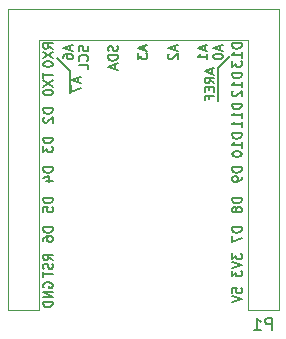
<source format=gbr>
G04 #@! TF.FileFunction,Legend,Bot*
%FSLAX46Y46*%
G04 Gerber Fmt 4.6, Leading zero omitted, Abs format (unit mm)*
G04 Created by KiCad (PCBNEW 4.0.6) date 04/11/19 07:30:19*
%MOMM*%
%LPD*%
G01*
G04 APERTURE LIST*
%ADD10C,0.100000*%
%ADD11C,0.150000*%
%ADD12C,0.120000*%
G04 APERTURE END LIST*
D10*
D11*
X143370000Y-77520000D02*
X142270000Y-76420000D01*
X143370000Y-77520000D02*
X143370000Y-79320000D01*
X156970000Y-76220000D02*
X155970000Y-77220000D01*
X155970000Y-77220000D02*
X155970000Y-80020000D01*
D12*
X138120000Y-97750000D02*
X138120000Y-72230000D01*
X138120000Y-72230000D02*
X161100000Y-72230000D01*
X161100000Y-97750000D02*
X161100000Y-72230000D01*
X158440000Y-97750000D02*
X158440000Y-74890000D01*
X158440000Y-74890000D02*
X140780000Y-74890000D01*
X140780000Y-97750000D02*
X140780000Y-74890000D01*
X140780000Y-97750000D02*
X140780000Y-90940000D01*
X161100000Y-97750000D02*
X158440000Y-97750000D01*
X138120000Y-97750000D02*
X140780000Y-97750000D01*
X161100000Y-76100000D02*
X161100000Y-74770000D01*
D11*
X160508095Y-99412381D02*
X160508095Y-98412381D01*
X160127142Y-98412381D01*
X160031904Y-98460000D01*
X159984285Y-98507619D01*
X159936666Y-98602857D01*
X159936666Y-98745714D01*
X159984285Y-98840952D01*
X160031904Y-98888571D01*
X160127142Y-98936190D01*
X160508095Y-98936190D01*
X158984285Y-99412381D02*
X159555714Y-99412381D01*
X159270000Y-99412381D02*
X159270000Y-98412381D01*
X159365238Y-98555238D01*
X159460476Y-98650476D01*
X159555714Y-98698095D01*
X144103333Y-78048572D02*
X144103333Y-78429524D01*
X144331905Y-77972381D02*
X143531905Y-78239048D01*
X144331905Y-78505715D01*
X143531905Y-78696191D02*
X143531905Y-79229524D01*
X144331905Y-78886667D01*
X155403333Y-77324762D02*
X155403333Y-77705714D01*
X155631905Y-77248571D02*
X154831905Y-77515238D01*
X155631905Y-77781905D01*
X155631905Y-78505714D02*
X155250952Y-78239047D01*
X155631905Y-78048571D02*
X154831905Y-78048571D01*
X154831905Y-78353333D01*
X154870000Y-78429524D01*
X154908095Y-78467619D01*
X154984286Y-78505714D01*
X155098571Y-78505714D01*
X155174762Y-78467619D01*
X155212857Y-78429524D01*
X155250952Y-78353333D01*
X155250952Y-78048571D01*
X155212857Y-78848571D02*
X155212857Y-79115238D01*
X155631905Y-79229524D02*
X155631905Y-78848571D01*
X154831905Y-78848571D01*
X154831905Y-79229524D01*
X155212857Y-79839048D02*
X155212857Y-79572381D01*
X155631905Y-79572381D02*
X154831905Y-79572381D01*
X154831905Y-79953334D01*
X141170000Y-95810477D02*
X141131905Y-95734286D01*
X141131905Y-95620001D01*
X141170000Y-95505715D01*
X141246190Y-95429524D01*
X141322381Y-95391429D01*
X141474762Y-95353334D01*
X141589048Y-95353334D01*
X141741429Y-95391429D01*
X141817619Y-95429524D01*
X141893810Y-95505715D01*
X141931905Y-95620001D01*
X141931905Y-95696191D01*
X141893810Y-95810477D01*
X141855714Y-95848572D01*
X141589048Y-95848572D01*
X141589048Y-95696191D01*
X141931905Y-96191429D02*
X141131905Y-96191429D01*
X141931905Y-96648572D01*
X141131905Y-96648572D01*
X141931905Y-97029524D02*
X141131905Y-97029524D01*
X141131905Y-97220000D01*
X141170000Y-97334286D01*
X141246190Y-97410477D01*
X141322381Y-97448572D01*
X141474762Y-97486667D01*
X141589048Y-97486667D01*
X141741429Y-97448572D01*
X141817619Y-97410477D01*
X141893810Y-97334286D01*
X141931905Y-97220000D01*
X141931905Y-97029524D01*
X141931905Y-93481905D02*
X141550952Y-93215238D01*
X141931905Y-93024762D02*
X141131905Y-93024762D01*
X141131905Y-93329524D01*
X141170000Y-93405715D01*
X141208095Y-93443810D01*
X141284286Y-93481905D01*
X141398571Y-93481905D01*
X141474762Y-93443810D01*
X141512857Y-93405715D01*
X141550952Y-93329524D01*
X141550952Y-93024762D01*
X141893810Y-93786667D02*
X141931905Y-93900953D01*
X141931905Y-94091429D01*
X141893810Y-94167619D01*
X141855714Y-94205715D01*
X141779524Y-94243810D01*
X141703333Y-94243810D01*
X141627143Y-94205715D01*
X141589048Y-94167619D01*
X141550952Y-94091429D01*
X141512857Y-93939048D01*
X141474762Y-93862857D01*
X141436667Y-93824762D01*
X141360476Y-93786667D01*
X141284286Y-93786667D01*
X141208095Y-93824762D01*
X141170000Y-93862857D01*
X141131905Y-93939048D01*
X141131905Y-94129524D01*
X141170000Y-94243810D01*
X141131905Y-94472381D02*
X141131905Y-94929524D01*
X141931905Y-94700953D02*
X141131905Y-94700953D01*
X141931905Y-90729524D02*
X141131905Y-90729524D01*
X141131905Y-90920000D01*
X141170000Y-91034286D01*
X141246190Y-91110477D01*
X141322381Y-91148572D01*
X141474762Y-91186667D01*
X141589048Y-91186667D01*
X141741429Y-91148572D01*
X141817619Y-91110477D01*
X141893810Y-91034286D01*
X141931905Y-90920000D01*
X141931905Y-90729524D01*
X141131905Y-91872381D02*
X141131905Y-91720000D01*
X141170000Y-91643810D01*
X141208095Y-91605715D01*
X141322381Y-91529524D01*
X141474762Y-91491429D01*
X141779524Y-91491429D01*
X141855714Y-91529524D01*
X141893810Y-91567619D01*
X141931905Y-91643810D01*
X141931905Y-91796191D01*
X141893810Y-91872381D01*
X141855714Y-91910477D01*
X141779524Y-91948572D01*
X141589048Y-91948572D01*
X141512857Y-91910477D01*
X141474762Y-91872381D01*
X141436667Y-91796191D01*
X141436667Y-91643810D01*
X141474762Y-91567619D01*
X141512857Y-91529524D01*
X141589048Y-91491429D01*
X141931905Y-88229524D02*
X141131905Y-88229524D01*
X141131905Y-88420000D01*
X141170000Y-88534286D01*
X141246190Y-88610477D01*
X141322381Y-88648572D01*
X141474762Y-88686667D01*
X141589048Y-88686667D01*
X141741429Y-88648572D01*
X141817619Y-88610477D01*
X141893810Y-88534286D01*
X141931905Y-88420000D01*
X141931905Y-88229524D01*
X141131905Y-89410477D02*
X141131905Y-89029524D01*
X141512857Y-88991429D01*
X141474762Y-89029524D01*
X141436667Y-89105715D01*
X141436667Y-89296191D01*
X141474762Y-89372381D01*
X141512857Y-89410477D01*
X141589048Y-89448572D01*
X141779524Y-89448572D01*
X141855714Y-89410477D01*
X141893810Y-89372381D01*
X141931905Y-89296191D01*
X141931905Y-89105715D01*
X141893810Y-89029524D01*
X141855714Y-88991429D01*
X141931905Y-85629524D02*
X141131905Y-85629524D01*
X141131905Y-85820000D01*
X141170000Y-85934286D01*
X141246190Y-86010477D01*
X141322381Y-86048572D01*
X141474762Y-86086667D01*
X141589048Y-86086667D01*
X141741429Y-86048572D01*
X141817619Y-86010477D01*
X141893810Y-85934286D01*
X141931905Y-85820000D01*
X141931905Y-85629524D01*
X141398571Y-86772381D02*
X141931905Y-86772381D01*
X141093810Y-86581905D02*
X141665238Y-86391429D01*
X141665238Y-86886667D01*
X141931905Y-83129524D02*
X141131905Y-83129524D01*
X141131905Y-83320000D01*
X141170000Y-83434286D01*
X141246190Y-83510477D01*
X141322381Y-83548572D01*
X141474762Y-83586667D01*
X141589048Y-83586667D01*
X141741429Y-83548572D01*
X141817619Y-83510477D01*
X141893810Y-83434286D01*
X141931905Y-83320000D01*
X141931905Y-83129524D01*
X141131905Y-83853334D02*
X141131905Y-84348572D01*
X141436667Y-84081905D01*
X141436667Y-84196191D01*
X141474762Y-84272381D01*
X141512857Y-84310477D01*
X141589048Y-84348572D01*
X141779524Y-84348572D01*
X141855714Y-84310477D01*
X141893810Y-84272381D01*
X141931905Y-84196191D01*
X141931905Y-83967619D01*
X141893810Y-83891429D01*
X141855714Y-83853334D01*
X141931905Y-80629524D02*
X141131905Y-80629524D01*
X141131905Y-80820000D01*
X141170000Y-80934286D01*
X141246190Y-81010477D01*
X141322381Y-81048572D01*
X141474762Y-81086667D01*
X141589048Y-81086667D01*
X141741429Y-81048572D01*
X141817619Y-81010477D01*
X141893810Y-80934286D01*
X141931905Y-80820000D01*
X141931905Y-80629524D01*
X141208095Y-81391429D02*
X141170000Y-81429524D01*
X141131905Y-81505715D01*
X141131905Y-81696191D01*
X141170000Y-81772381D01*
X141208095Y-81810477D01*
X141284286Y-81848572D01*
X141360476Y-81848572D01*
X141474762Y-81810477D01*
X141931905Y-81353334D01*
X141931905Y-81848572D01*
X141131905Y-77629523D02*
X141131905Y-78086666D01*
X141931905Y-77858095D02*
X141131905Y-77858095D01*
X141131905Y-78277143D02*
X141931905Y-78810476D01*
X141131905Y-78810476D02*
X141931905Y-78277143D01*
X141131905Y-79267619D02*
X141131905Y-79343810D01*
X141170000Y-79420000D01*
X141208095Y-79458095D01*
X141284286Y-79496191D01*
X141436667Y-79534286D01*
X141627143Y-79534286D01*
X141779524Y-79496191D01*
X141855714Y-79458095D01*
X141893810Y-79420000D01*
X141931905Y-79343810D01*
X141931905Y-79267619D01*
X141893810Y-79191429D01*
X141855714Y-79153333D01*
X141779524Y-79115238D01*
X141627143Y-79077143D01*
X141436667Y-79077143D01*
X141284286Y-79115238D01*
X141208095Y-79153333D01*
X141170000Y-79191429D01*
X141131905Y-79267619D01*
X141931905Y-75605714D02*
X141550952Y-75339047D01*
X141931905Y-75148571D02*
X141131905Y-75148571D01*
X141131905Y-75453333D01*
X141170000Y-75529524D01*
X141208095Y-75567619D01*
X141284286Y-75605714D01*
X141398571Y-75605714D01*
X141474762Y-75567619D01*
X141512857Y-75529524D01*
X141550952Y-75453333D01*
X141550952Y-75148571D01*
X141131905Y-75872381D02*
X141931905Y-76405714D01*
X141131905Y-76405714D02*
X141931905Y-75872381D01*
X141131905Y-76862857D02*
X141131905Y-76939048D01*
X141170000Y-77015238D01*
X141208095Y-77053333D01*
X141284286Y-77091429D01*
X141436667Y-77129524D01*
X141627143Y-77129524D01*
X141779524Y-77091429D01*
X141855714Y-77053333D01*
X141893810Y-77015238D01*
X141931905Y-76939048D01*
X141931905Y-76862857D01*
X141893810Y-76786667D01*
X141855714Y-76748571D01*
X141779524Y-76710476D01*
X141627143Y-76672381D01*
X141436667Y-76672381D01*
X141284286Y-76710476D01*
X141208095Y-76748571D01*
X141170000Y-76786667D01*
X141131905Y-76862857D01*
X143403333Y-75348572D02*
X143403333Y-75729524D01*
X143631905Y-75272381D02*
X142831905Y-75539048D01*
X143631905Y-75805715D01*
X142831905Y-76415238D02*
X142831905Y-76262857D01*
X142870000Y-76186667D01*
X142908095Y-76148572D01*
X143022381Y-76072381D01*
X143174762Y-76034286D01*
X143479524Y-76034286D01*
X143555714Y-76072381D01*
X143593810Y-76110476D01*
X143631905Y-76186667D01*
X143631905Y-76339048D01*
X143593810Y-76415238D01*
X143555714Y-76453334D01*
X143479524Y-76491429D01*
X143289048Y-76491429D01*
X143212857Y-76453334D01*
X143174762Y-76415238D01*
X143136667Y-76339048D01*
X143136667Y-76186667D01*
X143174762Y-76110476D01*
X143212857Y-76072381D01*
X143289048Y-76034286D01*
X144893810Y-75367619D02*
X144931905Y-75481905D01*
X144931905Y-75672381D01*
X144893810Y-75748571D01*
X144855714Y-75786667D01*
X144779524Y-75824762D01*
X144703333Y-75824762D01*
X144627143Y-75786667D01*
X144589048Y-75748571D01*
X144550952Y-75672381D01*
X144512857Y-75520000D01*
X144474762Y-75443809D01*
X144436667Y-75405714D01*
X144360476Y-75367619D01*
X144284286Y-75367619D01*
X144208095Y-75405714D01*
X144170000Y-75443809D01*
X144131905Y-75520000D01*
X144131905Y-75710476D01*
X144170000Y-75824762D01*
X144855714Y-76624762D02*
X144893810Y-76586667D01*
X144931905Y-76472381D01*
X144931905Y-76396191D01*
X144893810Y-76281905D01*
X144817619Y-76205714D01*
X144741429Y-76167619D01*
X144589048Y-76129524D01*
X144474762Y-76129524D01*
X144322381Y-76167619D01*
X144246190Y-76205714D01*
X144170000Y-76281905D01*
X144131905Y-76396191D01*
X144131905Y-76472381D01*
X144170000Y-76586667D01*
X144208095Y-76624762D01*
X144931905Y-77348572D02*
X144931905Y-76967619D01*
X144131905Y-76967619D01*
X147393810Y-75348572D02*
X147431905Y-75462858D01*
X147431905Y-75653334D01*
X147393810Y-75729524D01*
X147355714Y-75767620D01*
X147279524Y-75805715D01*
X147203333Y-75805715D01*
X147127143Y-75767620D01*
X147089048Y-75729524D01*
X147050952Y-75653334D01*
X147012857Y-75500953D01*
X146974762Y-75424762D01*
X146936667Y-75386667D01*
X146860476Y-75348572D01*
X146784286Y-75348572D01*
X146708095Y-75386667D01*
X146670000Y-75424762D01*
X146631905Y-75500953D01*
X146631905Y-75691429D01*
X146670000Y-75805715D01*
X147431905Y-76148572D02*
X146631905Y-76148572D01*
X146631905Y-76339048D01*
X146670000Y-76453334D01*
X146746190Y-76529525D01*
X146822381Y-76567620D01*
X146974762Y-76605715D01*
X147089048Y-76605715D01*
X147241429Y-76567620D01*
X147317619Y-76529525D01*
X147393810Y-76453334D01*
X147431905Y-76339048D01*
X147431905Y-76148572D01*
X147203333Y-76910477D02*
X147203333Y-77291429D01*
X147431905Y-76834286D02*
X146631905Y-77100953D01*
X147431905Y-77367620D01*
X149703333Y-75348572D02*
X149703333Y-75729524D01*
X149931905Y-75272381D02*
X149131905Y-75539048D01*
X149931905Y-75805715D01*
X149131905Y-75996191D02*
X149131905Y-76491429D01*
X149436667Y-76224762D01*
X149436667Y-76339048D01*
X149474762Y-76415238D01*
X149512857Y-76453334D01*
X149589048Y-76491429D01*
X149779524Y-76491429D01*
X149855714Y-76453334D01*
X149893810Y-76415238D01*
X149931905Y-76339048D01*
X149931905Y-76110476D01*
X149893810Y-76034286D01*
X149855714Y-75996191D01*
X152303333Y-75348572D02*
X152303333Y-75729524D01*
X152531905Y-75272381D02*
X151731905Y-75539048D01*
X152531905Y-75805715D01*
X151808095Y-76034286D02*
X151770000Y-76072381D01*
X151731905Y-76148572D01*
X151731905Y-76339048D01*
X151770000Y-76415238D01*
X151808095Y-76453334D01*
X151884286Y-76491429D01*
X151960476Y-76491429D01*
X152074762Y-76453334D01*
X152531905Y-75996191D01*
X152531905Y-76491429D01*
X154803333Y-75348572D02*
X154803333Y-75729524D01*
X155031905Y-75272381D02*
X154231905Y-75539048D01*
X155031905Y-75805715D01*
X155031905Y-76491429D02*
X155031905Y-76034286D01*
X155031905Y-76262857D02*
X154231905Y-76262857D01*
X154346190Y-76186667D01*
X154422381Y-76110476D01*
X154460476Y-76034286D01*
X156103333Y-75348572D02*
X156103333Y-75729524D01*
X156331905Y-75272381D02*
X155531905Y-75539048D01*
X156331905Y-75805715D01*
X155531905Y-76224762D02*
X155531905Y-76300953D01*
X155570000Y-76377143D01*
X155608095Y-76415238D01*
X155684286Y-76453334D01*
X155836667Y-76491429D01*
X156027143Y-76491429D01*
X156179524Y-76453334D01*
X156255714Y-76415238D01*
X156293810Y-76377143D01*
X156331905Y-76300953D01*
X156331905Y-76224762D01*
X156293810Y-76148572D01*
X156255714Y-76110476D01*
X156179524Y-76072381D01*
X156027143Y-76034286D01*
X155836667Y-76034286D01*
X155684286Y-76072381D01*
X155608095Y-76110476D01*
X155570000Y-76148572D01*
X155531905Y-76224762D01*
X157931905Y-75148571D02*
X157131905Y-75148571D01*
X157131905Y-75339047D01*
X157170000Y-75453333D01*
X157246190Y-75529524D01*
X157322381Y-75567619D01*
X157474762Y-75605714D01*
X157589048Y-75605714D01*
X157741429Y-75567619D01*
X157817619Y-75529524D01*
X157893810Y-75453333D01*
X157931905Y-75339047D01*
X157931905Y-75148571D01*
X157931905Y-76367619D02*
X157931905Y-75910476D01*
X157931905Y-76139047D02*
X157131905Y-76139047D01*
X157246190Y-76062857D01*
X157322381Y-75986666D01*
X157360476Y-75910476D01*
X157131905Y-76634286D02*
X157131905Y-77129524D01*
X157436667Y-76862857D01*
X157436667Y-76977143D01*
X157474762Y-77053333D01*
X157512857Y-77091429D01*
X157589048Y-77129524D01*
X157779524Y-77129524D01*
X157855714Y-77091429D01*
X157893810Y-77053333D01*
X157931905Y-76977143D01*
X157931905Y-76748571D01*
X157893810Y-76672381D01*
X157855714Y-76634286D01*
X157931905Y-77648571D02*
X157131905Y-77648571D01*
X157131905Y-77839047D01*
X157170000Y-77953333D01*
X157246190Y-78029524D01*
X157322381Y-78067619D01*
X157474762Y-78105714D01*
X157589048Y-78105714D01*
X157741429Y-78067619D01*
X157817619Y-78029524D01*
X157893810Y-77953333D01*
X157931905Y-77839047D01*
X157931905Y-77648571D01*
X157931905Y-78867619D02*
X157931905Y-78410476D01*
X157931905Y-78639047D02*
X157131905Y-78639047D01*
X157246190Y-78562857D01*
X157322381Y-78486666D01*
X157360476Y-78410476D01*
X157208095Y-79172381D02*
X157170000Y-79210476D01*
X157131905Y-79286667D01*
X157131905Y-79477143D01*
X157170000Y-79553333D01*
X157208095Y-79591429D01*
X157284286Y-79629524D01*
X157360476Y-79629524D01*
X157474762Y-79591429D01*
X157931905Y-79134286D01*
X157931905Y-79629524D01*
X157931905Y-80248571D02*
X157131905Y-80248571D01*
X157131905Y-80439047D01*
X157170000Y-80553333D01*
X157246190Y-80629524D01*
X157322381Y-80667619D01*
X157474762Y-80705714D01*
X157589048Y-80705714D01*
X157741429Y-80667619D01*
X157817619Y-80629524D01*
X157893810Y-80553333D01*
X157931905Y-80439047D01*
X157931905Y-80248571D01*
X157931905Y-81467619D02*
X157931905Y-81010476D01*
X157931905Y-81239047D02*
X157131905Y-81239047D01*
X157246190Y-81162857D01*
X157322381Y-81086666D01*
X157360476Y-81010476D01*
X157931905Y-82229524D02*
X157931905Y-81772381D01*
X157931905Y-82000952D02*
X157131905Y-82000952D01*
X157246190Y-81924762D01*
X157322381Y-81848571D01*
X157360476Y-81772381D01*
X157931905Y-82748571D02*
X157131905Y-82748571D01*
X157131905Y-82939047D01*
X157170000Y-83053333D01*
X157246190Y-83129524D01*
X157322381Y-83167619D01*
X157474762Y-83205714D01*
X157589048Y-83205714D01*
X157741429Y-83167619D01*
X157817619Y-83129524D01*
X157893810Y-83053333D01*
X157931905Y-82939047D01*
X157931905Y-82748571D01*
X157931905Y-83967619D02*
X157931905Y-83510476D01*
X157931905Y-83739047D02*
X157131905Y-83739047D01*
X157246190Y-83662857D01*
X157322381Y-83586666D01*
X157360476Y-83510476D01*
X157131905Y-84462857D02*
X157131905Y-84539048D01*
X157170000Y-84615238D01*
X157208095Y-84653333D01*
X157284286Y-84691429D01*
X157436667Y-84729524D01*
X157627143Y-84729524D01*
X157779524Y-84691429D01*
X157855714Y-84653333D01*
X157893810Y-84615238D01*
X157931905Y-84539048D01*
X157931905Y-84462857D01*
X157893810Y-84386667D01*
X157855714Y-84348571D01*
X157779524Y-84310476D01*
X157627143Y-84272381D01*
X157436667Y-84272381D01*
X157284286Y-84310476D01*
X157208095Y-84348571D01*
X157170000Y-84386667D01*
X157131905Y-84462857D01*
X157931905Y-85629524D02*
X157131905Y-85629524D01*
X157131905Y-85820000D01*
X157170000Y-85934286D01*
X157246190Y-86010477D01*
X157322381Y-86048572D01*
X157474762Y-86086667D01*
X157589048Y-86086667D01*
X157741429Y-86048572D01*
X157817619Y-86010477D01*
X157893810Y-85934286D01*
X157931905Y-85820000D01*
X157931905Y-85629524D01*
X157931905Y-86467619D02*
X157931905Y-86620000D01*
X157893810Y-86696191D01*
X157855714Y-86734286D01*
X157741429Y-86810477D01*
X157589048Y-86848572D01*
X157284286Y-86848572D01*
X157208095Y-86810477D01*
X157170000Y-86772381D01*
X157131905Y-86696191D01*
X157131905Y-86543810D01*
X157170000Y-86467619D01*
X157208095Y-86429524D01*
X157284286Y-86391429D01*
X157474762Y-86391429D01*
X157550952Y-86429524D01*
X157589048Y-86467619D01*
X157627143Y-86543810D01*
X157627143Y-86696191D01*
X157589048Y-86772381D01*
X157550952Y-86810477D01*
X157474762Y-86848572D01*
X157931905Y-88229524D02*
X157131905Y-88229524D01*
X157131905Y-88420000D01*
X157170000Y-88534286D01*
X157246190Y-88610477D01*
X157322381Y-88648572D01*
X157474762Y-88686667D01*
X157589048Y-88686667D01*
X157741429Y-88648572D01*
X157817619Y-88610477D01*
X157893810Y-88534286D01*
X157931905Y-88420000D01*
X157931905Y-88229524D01*
X157474762Y-89143810D02*
X157436667Y-89067619D01*
X157398571Y-89029524D01*
X157322381Y-88991429D01*
X157284286Y-88991429D01*
X157208095Y-89029524D01*
X157170000Y-89067619D01*
X157131905Y-89143810D01*
X157131905Y-89296191D01*
X157170000Y-89372381D01*
X157208095Y-89410477D01*
X157284286Y-89448572D01*
X157322381Y-89448572D01*
X157398571Y-89410477D01*
X157436667Y-89372381D01*
X157474762Y-89296191D01*
X157474762Y-89143810D01*
X157512857Y-89067619D01*
X157550952Y-89029524D01*
X157627143Y-88991429D01*
X157779524Y-88991429D01*
X157855714Y-89029524D01*
X157893810Y-89067619D01*
X157931905Y-89143810D01*
X157931905Y-89296191D01*
X157893810Y-89372381D01*
X157855714Y-89410477D01*
X157779524Y-89448572D01*
X157627143Y-89448572D01*
X157550952Y-89410477D01*
X157512857Y-89372381D01*
X157474762Y-89296191D01*
X157931905Y-90729524D02*
X157131905Y-90729524D01*
X157131905Y-90920000D01*
X157170000Y-91034286D01*
X157246190Y-91110477D01*
X157322381Y-91148572D01*
X157474762Y-91186667D01*
X157589048Y-91186667D01*
X157741429Y-91148572D01*
X157817619Y-91110477D01*
X157893810Y-91034286D01*
X157931905Y-90920000D01*
X157931905Y-90729524D01*
X157131905Y-91453334D02*
X157131905Y-91986667D01*
X157931905Y-91643810D01*
X157131905Y-92929524D02*
X157131905Y-93424762D01*
X157436667Y-93158095D01*
X157436667Y-93272381D01*
X157474762Y-93348571D01*
X157512857Y-93386667D01*
X157589048Y-93424762D01*
X157779524Y-93424762D01*
X157855714Y-93386667D01*
X157893810Y-93348571D01*
X157931905Y-93272381D01*
X157931905Y-93043809D01*
X157893810Y-92967619D01*
X157855714Y-92929524D01*
X157131905Y-93653333D02*
X157931905Y-93920000D01*
X157131905Y-94186667D01*
X157131905Y-94377143D02*
X157131905Y-94872381D01*
X157436667Y-94605714D01*
X157436667Y-94720000D01*
X157474762Y-94796190D01*
X157512857Y-94834286D01*
X157589048Y-94872381D01*
X157779524Y-94872381D01*
X157855714Y-94834286D01*
X157893810Y-94796190D01*
X157931905Y-94720000D01*
X157931905Y-94491428D01*
X157893810Y-94415238D01*
X157855714Y-94377143D01*
X157131905Y-96267620D02*
X157131905Y-95886667D01*
X157512857Y-95848572D01*
X157474762Y-95886667D01*
X157436667Y-95962858D01*
X157436667Y-96153334D01*
X157474762Y-96229524D01*
X157512857Y-96267620D01*
X157589048Y-96305715D01*
X157779524Y-96305715D01*
X157855714Y-96267620D01*
X157893810Y-96229524D01*
X157931905Y-96153334D01*
X157931905Y-95962858D01*
X157893810Y-95886667D01*
X157855714Y-95848572D01*
X157131905Y-96534286D02*
X157931905Y-96800953D01*
X157131905Y-97067620D01*
M02*

</source>
